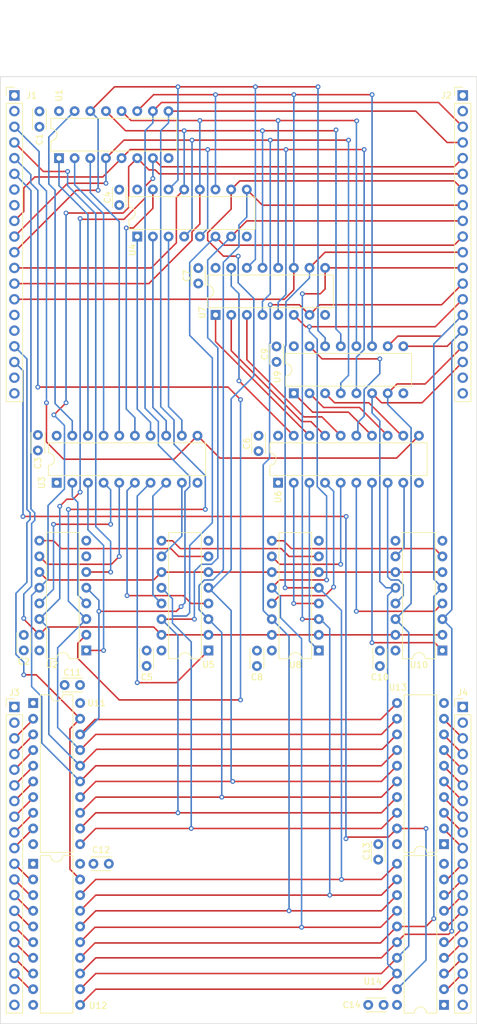
<source format=kicad_pcb>
(kicad_pcb (version 20221018) (generator pcbnew)
  (layers (0 "F.Cu" signal) (1 "In1.Cu" signal) (2 "In2.Cu" signal) (31 "B.Cu" signal) (34 "B.Paste" user) (35 "F.Paste" user) (36 "B.SilkS" user "B.Silkscreen") (37 "F.SilkS" user "F.Silkscreen") (38 "B.Mask" user) (39 "F.Mask" user) (44 "Edge.Cuts" user))
  (net 0 "")
  (net 1 "GND")
  (net 2 "SYSADDR12")
  (net 3 "SRC2:1")
  (net 4 "~{ALUtoA}")
  (net 5 "ALU0")
  (net 6 "SRC2:0")
  (net 7 "SRC2:2")
  (net 8 "ALU1")
  (net 9 "ALU2")
  (net 10 "ALU3")
  (net 11 "ALU4")
  (net 12 "ALU5")
  (net 13 "ALU6")
  (net 14 "ALU7")
  (net 15 "ALU8")
  (net 16 "ALU9")
  (net 17 "ALU10")
  (net 18 "ALU11")
  (net 19 "ALU12")
  (net 20 "ALU13")
  (net 21 "ALU14")
  (net 22 "SYSADDR0")
  (net 23 "SYSDATA0")
  (net 24 "SYSADDR1")
  (net 25 "SYSDATA1")
  (net 26 "SYSDATA2")
  (net 27 "SYSADDR2")
  (net 28 "SYSDATA3")
  (net 29 "SYSADDR3")
  (net 30 "SUM1")
  (net 31 "SUM2")
  (net 32 "SUM3")
  (net 33 "Rb")
  (net 34 "Ra")
  (net 35 "~{Er}")
  (net 36 "~{Ew}")
  (net 37 "Wb")
  (net 38 "Wa")
  (net 39 "SUM0")
  (net 40 "ALU15")
  (net 41 "SUM5")
  (net 42 "SUM6")
  (net 43 "SUM7")
  (net 44 "SYSADDR7")
  (net 45 "SYSADDR6")
  (net 46 "SYSADDR5")
  (net 47 "SYSADDR4")
  (net 48 "SUM4")
  (net 49 "SYSDATA4")
  (net 50 "SYSDATA5")
  (net 51 "SYSDATA6")
  (net 52 "SYSDATA7")
  (net 53 "SUM9")
  (net 54 "SUM10")
  (net 55 "SUM11")
  (net 56 "SYSADDR11")
  (net 57 "SYSADDR10")
  (net 58 "SYSADDR9")
  (net 59 "SYSADDR8")
  (net 60 "SUM8")
  (net 61 "SYSDATA8")
  (net 62 "SYSDATA9")
  (net 63 "SYSDATA10")
  (net 64 "SYSDATA11")
  (net 65 "SUM13")
  (net 66 "SUM14")
  (net 67 "SUM15")
  (net 68 "SYSADDR15")
  (net 69 "SYSADDR14")
  (net 70 "SYSADDR13")
  (net 71 "SUM12")
  (net 72 "CO4")
  (net 73 "SYSDATA12")
  (net 74 "SYSDATA13")
  (net 75 "SYSDATA14")
  (net 76 "SYSDATA15")
  (net 77 "SYSCLK")
  (net 78 "VCC")
  (net 79 "~{AtoD}")
  (net 80 "CO8")
  (net 81 "CO12")
  (net 83 "HLD1")
  (net 84 "HLD2")
  (net 85 "HLD3")
  (net 86 "HLD0")
  (net 87 "HLD5")
  (net 88 "HLD6")
  (net 89 "HLD7")
  (net 90 "HLD4")
  (net 91 "HLD9")
  (net 92 "HLD10")
  (net 93 "HLD11")
  (net 94 "HLD8")
  (net 95 "HLD12")
  (net 96 "HLD15")
  (net 97 "HLD14")
  (net 98 "HLD13")
  (footprint "Package_DIP:DIP-16_W7.62mm" (layer "F.Cu") (at 56.388 53.975 90)
    (fp_text reference "U4")
    (fp_text value "74LS670" hide)
  )
  (footprint "Package_DIP:DIP-20_W7.62mm" (layer "F.Cu") (at 43.307 93.853 90)
    (fp_text reference "U3")
    (fp_text value "74LS574" hide)
  )
  (footprint "Capacitor_THT:C_Disc_D3.0mm_W2.0mm_P2.50mm" (layer "F.Cu") (at 78.994 71.775 -90)
    (fp_text reference "C9")
    (fp_text value "C_Small" hide)
  )
  (footprint "Capacitor_THT:C_Disc_D3.0mm_W2.0mm_P2.50mm" (layer "F.Cu") (at 57.912 121.031 -90)
    (fp_text reference "C5")
    (fp_text value "C_Small" hide)
  )
  (footprint "Package_DIP:DIP-20_W7.62mm" (layer "F.Cu") (at 39.497 155.575)
    (fp_text reference "U12")
    (fp_text value "74LS245" hide)
  )
  (footprint "Capacitor_THT:C_Disc_D3.0mm_W2.0mm_P2.50mm" (layer "F.Cu") (at 66.294 59.075 -90)
    (fp_text reference "C7")
    (fp_text value "C_Small" hide)
  )
  (footprint "Package_DIP:DIP-16_W7.62mm" (layer "F.Cu") (at 81.803 79.365 90)
    (fp_text reference "U9")
    (fp_text value "74LS670" hide)
  )
  (footprint "Package_DIP:DIP-20_W7.62mm" (layer "F.Cu") (at 79.248 93.853 90)
    (fp_text reference "U6")
    (fp_text value "74LS574" hide)
  )
  (footprint "Package_DIP:DIP-16_W7.62mm" (layer "F.Cu") (at 48.123 121.016 180)
    (fp_text reference "U2")
    (fp_text value "74LS283" hide)
  )
  (footprint "Package_DIP:DIP-16_W7.62mm" (layer "F.Cu") (at 43.688 41.275 90)
    (fp_text reference "U1")
    (fp_text value "74LS670" hide)
  )
  (footprint "Capacitor_THT:C_Disc_D3.0mm_W2.0mm_P2.50mm" (layer "F.Cu") (at 95.504 152.4 -90)
    (fp_text reference "C13")
    (fp_text value "C_Small" hide)
  )
  (footprint "Package_DIP:DIP-16_W7.62mm" (layer "F.Cu") (at 69.103 66.665 90)
    (fp_text reference "U7")
    (fp_text value "74LS670" hide)
  )
  (footprint "Package_DIP:DIP-16_W7.62mm" (layer "F.Cu") (at 67.945 121.031 180)
    (fp_text reference "U5")
    (fp_text value "74LS283" hide)
  )
  (footprint "Capacitor_THT:C_Disc_D3.0mm_W2.0mm_P2.50mm" (layer "F.Cu") (at 96.373 178.435 180)
    (fp_text reference "C14")
    (fp_text value "C_Small" hide)
  )
  (footprint "Package_DIP:DIP-16_W7.62mm" (layer "F.Cu") (at 105.918 121.031 180)
    (fp_text reference "U10")
    (fp_text value "74LS283" hide)
  )
  (footprint "Capacitor_THT:C_Disc_D3.0mm_W2.0mm_P2.50mm" (layer "F.Cu") (at 40.259 86.126 -90)
    (fp_text reference "C3")
    (fp_text value "C_Small" hide)
  )
  (footprint "Capacitor_THT:C_Disc_D3.0mm_W2.0mm_P2.50mm" (layer "F.Cu") (at 47.097 126.619 180)
    (fp_text reference "C11")
    (fp_text value "C_Small" hide)
  )
  (footprint "Capacitor_THT:C_Disc_D3.0mm_W2.0mm_P2.50mm" (layer "F.Cu") (at 75.819 121.051 -90)
    (fp_text reference "C8")
    (fp_text value "C_Small" hide)
  )
  (footprint "Connector_PinHeader_2.54mm:PinHeader_1x20_P2.54mm_Vertical" (layer "F.Cu") (at 36.449 31.115)
    (fp_text reference "J1")
    (fp_text value "Conn_01x20_Pin" hide)
  )
  (footprint "Capacitor_THT:C_Disc_D3.0mm_W2.0mm_P2.50mm" (layer "F.Cu") (at 76.073 86.233 -90)
    (fp_text reference "C6")
    (fp_text value "C_Small" hide)
  )
  (footprint "Connector_PinHeader_2.54mm:PinHeader_1x20_P2.54mm_Vertical" (layer "F.Cu") (at 109.22 31.115)
    (fp_text reference "J2")
    (fp_text value "Conn_01x20_Pin" hide)
  )
  (footprint "Package_DIP:DIP-20_W7.62mm" (layer "F.Cu") (at 39.497 129.54)
    (fp_text reference "U11")
    (fp_text value "74LS245" hide)
  )
  (footprint "Connector_PinHeader_2.54mm:PinHeader_1x20_P2.54mm_Vertical" (layer "F.Cu") (at 109.22 130.175)
    (fp_text reference "J4")
    (fp_text value "Conn_01x20_Pin" hide)
  )
  (footprint "Capacitor_THT:C_Disc_D3.0mm_W2.0mm_P2.50mm" (layer "F.Cu") (at 40.513 33.695 -90)
    (fp_text reference "C1")
    (fp_text value "C_Small" hide)
  )
  (footprint "Capacitor_THT:C_Disc_D3.0mm_W2.0mm_P2.50mm" (layer "F.Cu") (at 49.276 155.575)
    (fp_text reference "C12")
    (fp_text value "C_Small" hide)
  )
  (footprint "Package_DIP:DIP-16_W7.62mm" (layer "F.Cu") (at 85.852 121.031 180)
    (fp_text reference "U8")
    (fp_text value "74LS283" hide)
  )
  (footprint "Capacitor_THT:C_Disc_D3.0mm_W2.0mm_P2.50mm" (layer "F.Cu") (at 53.467 46.375 -90)
    (fp_text reference "C4")
    (fp_text value "C_Small" hide)
  )
  (footprint "Package_DIP:DIP-20_W7.62mm" (layer "F.Cu") (at 106.172 152.4 180)
    (fp_text reference "U13")
    (fp_text value "74LS245" hide)
  )
  (footprint "Capacitor_THT:C_Disc_D3.0mm_W2.0mm_P2.50mm" (layer "F.Cu") (at 37.973 121.011 90)
    (fp_text reference "C2")
    (fp_text value "C_Small" hide)
  )
  (footprint "Connector_PinHeader_2.54mm:PinHeader_1x20_P2.54mm_Vertical" (layer "F.Cu") (at 36.449 130.175)
    (fp_text reference "J3")
    (fp_text value "Conn_01x20_Pin" hide)
  )
  (footprint "Package_DIP:DIP-20_W7.62mm" (layer "F.Cu") (at 106.172 178.435 180)
    (fp_text reference "U14")
    (fp_text value "74LS245" hide)
  )
  (footprint "Capacitor_THT:C_Disc_D3.0mm_W2.0mm_P2.50mm" (layer "F.Cu") (at 95.758 121.051 -90)
    (fp_text reference "C10")
    (fp_text value "C_Small" hide)
  )
  (gr_rect (start 34.163 28.067) (end 111.506 181.483) (stroke (width 0.1)) (fill none) (layer "Edge.Cuts"))
  (segment (start 105.791 70.104) (end 98.684 70.104) (width 0.25) (layer "F.Cu") (net 2))
  (segment (start 104.521 164.465) (end 103.251 165.735) (width 0.25) (layer "F.Cu") (net 2))
  (segment (start 98.684 70.104) (end 97.043 71.745) (width 0.25) (layer "F.Cu") (net 2))
  (segment (start 95.885 168.402) (end 98.552 165.735) (width 0.25) (layer "F.Cu") (net 2))
  (segment (start 49.53 168.402) (end 95.885 168.402) (width 0.25) (layer "F.Cu") (net 2))
  (segment (start 109.22 66.675) (end 105.791 70.104) (width 0.25) (layer "F.Cu") (net 2))
  (segment (start 103.251 165.735) (end 98.552 165.735) (width 0.25) (layer "F.Cu") (net 2))
  (segment (start 47.117 170.815) (end 49.53 168.402) (width 0.25) (layer "F.Cu") (net 2))
  (via (at 104.521 164.465) (size 0.8) (drill 0.4) (layers "F.Cu" "B.Cu") (net 2))
  (segment (start 105.918 110.871) (end 104.521 109.474) (width 0.25) (layer "B.Cu") (net 2))
  (segment (start 104.521 112.268) (end 105.918 110.871) (width 0.25) (layer "B.Cu") (net 2))
  (segment (start 104.521 109.474) (end 104.521 71.374) (width 0.25) (layer "B.Cu") (net 2))
  (segment (start 104.521 71.374) (end 109.22 66.675) (width 0.25) (layer "B.Cu") (net 2))
  (segment (start 104.521 164.465) (end 104.521 112.268) (width 0.25) (layer "B.Cu") (net 2))
  (segment (start 71.12 78.359) (end 73.152 80.391) (width 0.25) (layer "F.Cu") (net 3))
  (segment (start 46.736 122.301) (end 53.467 129.032) (width 0.25) (layer "F.Cu") (net 3))
  (segment (start 40.259 78.359) (end 71.12 78.359) (width 0.25) (layer "F.Cu") (net 3))
  (segment (start 53.467 129.032) (end 73.152 129.032) (width 0.25) (layer "F.Cu") (net 3))
  (segment (start 48.123 118.476) (end 46.736 119.863) (width 0.25) (layer "F.Cu") (net 3))
  (segment (start 46.736 119.863) (end 46.736 122.301) (width 0.25) (layer "F.Cu") (net 3))
  (via (at 73.152 129.032) (size 0.8) (drill 0.4) (layers "F.Cu" "B.Cu") (net 3))
  (via (at 40.259 78.359) (size 0.8) (drill 0.4) (layers "F.Cu" "B.Cu") (net 3))
  (via (at 73.152 80.391) (size 0.8) (drill 0.4) (layers "F.Cu" "B.Cu") (net 3))
  (segment (start 39.116 45.339) (end 39.116 43.942) (width 0.25) (layer "B.Cu") (net 3))
  (segment (start 40.259 78.359) (end 40.259 46.482) (width 0.25) (layer "B.Cu") (net 3))
  (segment (start 39.116 43.942) (end 36.449 41.275) (width 0.25) (layer "B.Cu") (net 3))
  (segment (start 40.259 46.482) (end 39.116 45.339) (width 0.25) (layer "B.Cu") (net 3))
  (segment (start 73.152 129.032) (end 73.152 80.391) (width 0.25) (layer "B.Cu") (net 3))
  (segment (start 45.466 156.464) (end 47.117 158.115) (width 0.25) (layer "F.Cu") (net 4))
  (segment (start 37.973 124.968) (end 40.005 124.968) (width 0.25) (layer "F.Cu") (net 4))
  (segment (start 47.117 132.08) (end 45.466 133.731) (width 0.25) (layer "F.Cu") (net 4))
  (segment (start 40.005 124.968) (end 47.117 132.08) (width 0.25) (layer "F.Cu") (net 4))
  (segment (start 45.466 133.731) (end 45.466 156.464) (width 0.25) (layer "F.Cu") (net 4))
  (via (at 37.973 124.968) (size 0.8) (drill 0.4) (layers "F.Cu" "B.Cu") (net 4))
  (segment (start 38.481 98.171) (end 38.481 73.787) (width 0.25) (layer "B.Cu") (net 4))
  (segment (start 38.481 109.982) (end 38.481 100.33) (width 0.25) (layer "B.Cu") (net 4))
  (segment (start 38.481 73.787) (end 36.449 71.755) (width 0.25) (layer "B.Cu") (net 4))
  (segment (start 37.973 124.968) (end 37.973 122.936) (width 0.25) (layer "B.Cu") (net 4))
  (segment (start 37.973 122.936) (end 36.703 121.666) (width 0.25) (layer "B.Cu") (net 4))
  (segment (start 36.703 111.76) (end 38.481 109.982) (width 0.25) (layer "B.Cu") (net 4))
  (segment (start 38.989 99.822) (end 38.989 98.679) (width 0.25) (layer "B.Cu") (net 4))
  (segment (start 38.481 100.33) (end 38.989 99.822) (width 0.25) (layer "B.Cu") (net 4))
  (segment (start 36.703 121.666) (end 36.703 111.76) (width 0.25) (layer "B.Cu") (net 4))
  (segment (start 38.989 98.679) (end 38.481 98.171) (width 0.25) (layer "B.Cu") (net 4))
  (segment (start 39.497 132.207) (end 39.497 132.08) (width 0.25) (layer "F.Cu") (net 5))
  (segment (start 36.449 135.255) (end 39.497 132.207) (width 0.25) (layer "F.Cu") (net 5))
  (segment (start 48.123 108.316) (end 52.055 108.316) (width 0.25) (layer "F.Cu") (net 6))
  (segment (start 52.055 108.316) (end 52.07 108.331) (width 0.25) (layer "F.Cu") (net 6))
  (segment (start 45.085 43.434) (end 41.148 43.434) (width 0.25) (layer "F.Cu") (net 6))
  (segment (start 41.148 43.434) (end 36.449 38.735) (width 0.25) (layer "F.Cu") (net 6))
  (via (at 52.07 108.331) (size 0.8) (drill 0.4) (layers "F.Cu" "B.Cu") (net 6))
  (via (at 45.085 43.434) (size 0.8) (drill 0.4) (layers "F.Cu" "B.Cu") (net 6))
  (segment (start 52.07 103.378) (end 49.657 100.965) (width 0.25) (layer "B.Cu") (net 6))
  (segment (start 49.657 50.292) (end 45.085 45.72) (width 0.25) (layer "B.Cu") (net 6))
  (segment (start 45.085 45.72) (end 45.085 43.434) (width 0.25) (layer "B.Cu") (net 6))
  (segment (start 52.07 108.331) (end 52.07 103.378) (width 0.25) (layer "B.Cu") (net 6))
  (segment (start 49.657 100.965) (end 49.657 50.292) (width 0.25) (layer "B.Cu") (net 6))
  (segment (start 37.973 115.946) (end 37.973 115.824) (width 0.25) (layer "F.Cu") (net 7))
  (segment (start 41.758 117.221) (end 59.055 117.221) (width 0.25) (layer "F.Cu") (net 7))
  (segment (start 105.918 118.491) (end 98.298 118.491) (width 0.25) (layer "F.Cu") (net 7))
  (segment (start 41.788 109.601) (end 59.055 109.601) (width 0.25) (layer "F.Cu") (net 7))
  (segment (start 59.055 109.601) (end 60.325 108.331) (width 0.25) (layer "F.Cu") (net 7))
  (segment (start 98.298 118.491) (end 85.852 118.491) (width 0.25) (layer "F.Cu") (net 7))
  (segment (start 59.055 117.221) (end 60.325 118.491) (width 0.25) (layer "F.Cu") (net 7))
  (segment (start 40.503 118.476) (end 37.973 115.946) (width 0.25) (layer "F.Cu") (net 7))
  (segment (start 67.945 118.491) (end 60.325 118.491) (width 0.25) (layer "F.Cu") (net 7))
  (segment (start 78.232 118.491) (end 67.945 118.491) (width 0.25) (layer "F.Cu") (net 7))
  (segment (start 85.852 118.491) (end 78.232 118.491) (width 0.25) (layer "F.Cu") (net 7))
  (segment (start 40.503 108.316) (end 41.788 109.601) (width 0.25) (layer "F.Cu") (net 7))
  (segment (start 40.503 118.476) (end 41.758 117.221) (width 0.25) (layer "F.Cu") (net 7))
  (segment (start 67.945 108.331) (end 60.325 108.331) (width 0.25) (layer "F.Cu") (net 7))
  (segment (start 85.852 108.331) (end 78.232 108.331) (width 0.25) (layer "F.Cu") (net 7))
  (segment (start 105.918 108.331) (end 98.298 108.331) (width 0.25) (layer "F.Cu") (net 7))
  (segment (start 78.232 108.331) (end 67.945 108.331) (width 0.25) (layer "F.Cu") (net 7))
  (segment (start 98.298 108.331) (end 85.852 108.331) (width 0.25) (layer "F.Cu") (net 7))
  (via (at 37.973 115.824) (size 0.8) (drill 0.4) (layers "F.Cu" "B.Cu") (net 7))
  (segment (start 37.973 111.887) (end 39.243 110.617) (width 0.25) (layer "B.Cu") (net 7))
  (segment (start 39.243 100.457) (end 39.751 99.949) (width 0.25) (layer "B.Cu") (net 7))
  (segment (start 39.243 110.617) (end 39.243 100.457) (width 0.25) (layer "B.Cu") (net 7))
  (segment (start 37.973 115.824) (end 37.973 111.887) (width 0.25) (layer "B.Cu") (net 7))
  (segment (start 39.134 46.5) (end 36.449 43.815) (width 0.25) (layer "B.Cu") (net 7))
  (segment (start 39.751 98.722498) (end 39.134 98.105498) (width 0.25) (layer "B.Cu") (net 7))
  (segment (start 39.134 98.105498) (end 39.134 46.5) (width 0.25) (layer "B.Cu") (net 7))
  (segment (start 39.751 99.949) (end 39.751 98.722498) (width 0.25) (layer "B.Cu") (net 7))
  (segment (start 36.449 137.795) (end 39.497 134.747) (width 0.25) (layer "F.Cu") (net 8))
  (segment (start 39.497 134.747) (end 39.497 134.62) (width 0.25) (layer "F.Cu") (net 8))
  (segment (start 36.449 140.335) (end 39.497 137.287) (width 0.25) (layer "F.Cu") (net 9))
  (segment (start 39.497 137.287) (end 39.497 137.16) (width 0.25) (layer "F.Cu") (net 9))
  (segment (start 36.449 142.875) (end 39.497 139.827) (width 0.25) (layer "F.Cu") (net 10))
  (segment (start 39.497 139.827) (end 39.497 139.7) (width 0.25) (layer "F.Cu") (net 10))
  (segment (start 39.497 142.367) (end 39.497 142.24) (width 0.25) (layer "F.Cu") (net 11))
  (segment (start 36.449 145.415) (end 39.497 142.367) (width 0.25) (layer "F.Cu") (net 11))
  (segment (start 39.497 144.907) (end 39.497 144.78) (width 0.25) (layer "F.Cu") (net 12))
  (segment (start 36.449 147.955) (end 39.497 144.907) (width 0.25) (layer "F.Cu") (net 12))
  (segment (start 39.497 147.447) (end 39.497 147.32) (width 0.25) (layer "F.Cu") (net 13))
  (segment (start 36.449 150.495) (end 39.497 147.447) (width 0.25) (layer "F.Cu") (net 13))
  (segment (start 39.497 149.86) (end 36.449 152.908) (width 0.25) (layer "F.Cu") (net 14))
  (segment (start 36.449 152.908) (end 36.449 153.035) (width 0.25) (layer "F.Cu") (net 14))
  (segment (start 38.989 158.115) (end 39.497 158.115) (width 0.25) (layer "F.Cu") (net 15))
  (segment (start 36.449 155.575) (end 38.989 158.115) (width 0.25) (layer "F.Cu") (net 15))
  (segment (start 38.989 160.655) (end 39.497 160.655) (width 0.25) (layer "F.Cu") (net 16))
  (segment (start 36.449 158.115) (end 38.989 160.655) (width 0.25) (layer "F.Cu") (net 16))
  (segment (start 38.989 163.195) (end 39.497 163.195) (width 0.25) (layer "F.Cu") (net 17))
  (segment (start 36.449 160.655) (end 38.989 163.195) (width 0.25) (layer "F.Cu") (net 17))
  (segment (start 36.449 163.195) (end 38.989 165.735) (width 0.25) (layer "F.Cu") (net 18))
  (segment (start 38.989 165.735) (end 39.497 165.735) (width 0.25) (layer "F.Cu") (net 18))
  (segment (start 38.989 168.275) (end 39.497 168.275) (width 0.25) (layer "F.Cu") (net 19))
  (segment (start 36.449 165.735) (end 38.989 168.275) (width 0.25) (layer "F.Cu") (net 19))
  (segment (start 38.989 170.815) (end 39.497 170.815) (width 0.25) (layer "F.Cu") (net 20))
  (segment (start 36.449 168.275) (end 38.989 170.815) (width 0.25) (layer "F.Cu") (net 20))
  (segment (start 38.989 173.355) (end 39.497 173.355) (width 0.25) (layer "F.Cu") (net 21))
  (segment (start 36.449 170.815) (end 38.989 173.355) (width 0.25) (layer "F.Cu") (net 21))
  (segment (start 50.165 132.207) (end 95.885 132.207) (width 0.25) (layer "F.Cu") (net 22))
  (segment (start 95.885 132.207) (end 98.552 129.54) (width 0.25) (layer "F.Cu") (net 22))
  (segment (start 62.738 114.681) (end 50.165 114.681) (width 0.25) (layer "F.Cu") (net 22))
  (segment (start 109.22 36.195) (end 105.283 32.258) (width 0.25) (layer "F.Cu") (net 22))
  (segment (start 49.53 132.207) (end 47.117 134.62) (width 0.25) (layer "F.Cu") (net 22))
  (segment (start 50.165 132.207) (end 49.53 132.207) (width 0.25) (layer "F.Cu") (net 22))
  (segment (start 61.341 32.258) (end 60.325 32.258) (width 0.25) (layer "F.Cu") (net 22))
  (segment (start 105.283 32.258) (end 61.341 32.258) (width 0.25) (layer "F.Cu") (net 22))
  (segment (start 60.325 32.258) (end 58.928 33.655) (width 0.25) (layer "F.Cu") (net 22))
  (segment (start 63.5 113.919) (end 62.738 114.681) (width 0.25) (layer "F.Cu") (net 22))
  (via (at 63.5 113.919) (size 0.8) (drill 0.4) (layers "F.Cu" "B.Cu") (net 22))
  (via (at 50.165 114.681) (size 0.8) (drill 0.4) (layers "F.Cu" "B.Cu") (net 22))
  (segment (start 50.165 112.898) (end 48.123 110.856) (width 0.25) (layer "B.Cu") (net 22))
  (segment (start 64.897 94.488) (end 64.897 92.837) (width 0.25) (layer "B.Cu") (net 22))
  (segment (start 59.817 87.757) (end 59.817 83.947) (width 0.25) (layer "B.Cu") (net 22))
  (segment (start 59.817 83.947) (end 57.658 81.788) (width 0.25) (layer "B.Cu") (net 22))
  (segment (start 47.117 134.62) (end 47.498 134.62) (width 0.25) (layer "B.Cu") (net 22))
  (segment (start 50.165 131.953) (end 50.165 114.681) (width 0.25) (layer "B.Cu") (net 22))
  (segment (start 57.658 81.788) (end 57.658 36.83) (width 0.25) (layer "B.Cu") (net 22))
  (segment (start 64.135 95.25) (end 64.897 94.488) (width 0.25) (layer "B.Cu") (net 22))
  (segment (start 64.135 113.284) (end 64.135 95.25) (width 0.25) (layer "B.Cu") (net 22))
  (segment (start 58.928 35.56) (end 58.928 33.655) (width 0.25) (layer "B.Cu") (net 22))
  (segment (start 47.498 134.62) (end 50.165 131.953) (width 0.25) (layer "B.Cu") (net 22))
  (segment (start 50.165 114.681) (end 50.165 112.898) (width 0.25) (layer "B.Cu") (net 22))
  (segment (start 64.897 92.837) (end 59.817 87.757) (width 0.25) (layer "B.Cu") (net 22))
  (segment (start 57.658 36.83) (end 58.928 35.56) (width 0.25) (layer "B.Cu") (net 22))
  (segment (start 63.5 113.919) (end 64.135 113.284) (width 0.25) (layer "B.Cu") (net 22))
  (segment (start 109.22 135.255) (end 106.172 132.207) (width 0.25) (layer "F.Cu") (net 23))
  (segment (start 106.172 132.207) (end 106.172 132.08) (width 0.25) (layer "F.Cu") (net 23))
  (segment (start 52.959 134.62) (end 49.657 134.62) (width 0.25) (layer "F.Cu") (net 24))
  (segment (start 49.657 134.62) (end 47.117 137.16) (width 0.25) (layer "F.Cu") (net 24))
  (segment (start 67.437 98.171) (end 45.212 98.171) (width 0.25) (layer "F.Cu") (net 24))
  (segment (start 101.6 33.655) (end 61.468 33.655) (width 0.25) (layer "F.Cu") (net 24))
  (segment (start 109.22 38.735) (end 106.68 38.735) (width 0.25) (layer "F.Cu") (net 24))
  (segment (start 96.012 134.62) (end 98.552 132.08) (width 0.25) (layer "F.Cu") (net 24))
  (segment (start 52.959 134.62) (end 96.012 134.62) (width 0.25) (layer "F.Cu") (net 24))
  (segment (start 106.68 38.735) (end 101.6 33.655) (width 0.25) (layer "F.Cu") (net 24))
  (via (at 45.212 98.171) (size 0.8) (drill 0.4) (layers "F.Cu" "B.Cu") (net 24))
  (via (at 67.437 98.171) (size 0.8) (drill 0.4) (layers "F.Cu" "B.Cu") (net 24))
  (segment (start 67.437 98.171) (end 67.437 92.71) (width 0.25) (layer "B.Cu") (net 24))
  (segment (start 45.212 113.03) (end 48.118 115.936) (width 0.25) (layer "B.Cu") (net 24))
  (segment (start 48.118 115.936) (end 48.123 115.936) (width 0.25) (layer "B.Cu") (net 24))
  (segment (start 62.357 83.693) (end 60.198 81.534) (width 0.25) (layer "B.Cu") (net 24))
  (segment (start 67.437 92.71) (end 62.357 87.63) (width 0.25) (layer "B.Cu") (net 24))
  (segment (start 61.468 35.56) (end 61.468 33.655) (width 0.25) (layer "B.Cu") (net 24))
  (segment (start 48.123 115.936) (end 43.472 120.587) (width 0.25) (layer "B.Cu") (net 24))
  (segment (start 62.357 87.63) (end 62.357 83.693) (width 0.25) (layer "B.Cu") (net 24))
  (segment (start 60.198 36.83) (end 61.468 35.56) (width 0.25) (layer "B.Cu") (net 24))
  (segment (start 60.198 81.534) (end 60.198 36.83) (width 0.25) (layer "B.Cu") (net 24))
  (segment (start 43.472 120.587) (end 43.472 133.515) (width 0.25) (layer "B.Cu") (net 24))
  (segment (start 45.212 98.171) (end 45.212 113.03) (width 0.25) (layer "B.Cu") (net 24))
  (segment (start 43.472 133.515) (end 47.117 137.16) (width 0.25) (layer "B.Cu") (net 24))
  (segment (start 106.172 134.747) (end 106.172 134.62) (width 0.25) (layer "F.Cu") (net 25))
  (segment (start 109.22 137.795) (end 106.172 134.747) (width 0.25) (layer "F.Cu") (net 25))
  (segment (start 109.22 140.335) (end 106.172 137.287) (width 0.25) (layer "F.Cu") (net 26))
  (segment (start 106.172 137.287) (end 106.172 137.16) (width 0.25) (layer "F.Cu") (net 26))
  (segment (start 60.325 42.672) (end 58.928 41.275) (width 0.25) (layer "F.Cu") (net 27))
  (segment (start 49.657 137.16) (end 49.784 137.033) (width 0.25) (layer "F.Cu") (net 27))
  (segment (start 43.815 97.663) (end 44.958 96.52) (width 0.25) (layer "F.Cu") (net 27))
  (segment (start 47.244 51.181) (end 54.229 51.181) (width 0.25) (layer "F.Cu") (net 27))
  (segment (start 47.117 51.054) (end 47.244 51.181) (width 0.25) (layer "F.Cu") (net 27))
  (segment (start 49.784 137.033) (end 96.139 137.033) (width 0.25) (layer "F.Cu") (net 27))
  (segment (start 44.958 96.52) (end 45.969701 96.52) (width 0.25) (layer "F.Cu") (net 27))
  (segment (start 57.658 45.847) (end 58.928 44.577) (width 0.25) (layer "F.Cu") (net 27))
  (segment (start 96.139 137.033) (end 98.552 134.62) (width 0.25) (layer "F.Cu") (net 27))
  (segment (start 47.117 139.7) (end 49.657 137.16) (width 0.25) (layer "F.Cu") (net 27))
  (segment (start 107.823 42.672) (end 60.325 42.672) (width 0.25) (layer "F.Cu") (net 27))
  (segment (start 57.658 47.752) (end 57.658 45.847) (width 0.25) (layer "F.Cu") (net 27))
  (segment (start 45.969701 96.52) (end 47.117 95.372701) (width 0.25) (layer "F.Cu") (net 27))
  (segment (start 109.22 41.275) (end 107.823 42.672) (width 0.25) (layer "F.Cu") (net 27))
  (segment (start 54.229 51.181) (end 57.658 47.752) (width 0.25) (layer "F.Cu") (net 27))
  (via (at 47.117 51.054) (size 0.8) (drill 0.4) (layers "F.Cu" "B.Cu") (net 27))
  (via (at 43.815 97.663) (size 0.8) (drill 0.4) (layers "F.Cu" "B.Cu") (net 27))
  (via (at 58.928 44.577) (size 0.8) (drill 0.4) (layers "F.Cu" "B.Cu") (net 27))
  (via (at 47.117 95.372701) (size 0.8) (drill 0.4) (layers "F.Cu" "B.Cu") (net 27))
  (segment (start 47.117 51.054) (end 47.117 95.372701) (width 0.25) (layer "B.Cu") (net 27))
  (segment (start 43.815 97.663) (end 43.815 112.624) (width 0.25) (layer "B.Cu") (net 27))
  (segment (start 43.815 112.624) (end 40.503 115.936) (width 0.25) (layer "B.Cu") (net 27))
  (segment (start 40.503 115.936) (end 42.037 117.47) (width 0.25) (layer "B.Cu") (net 27))
  (segment (start 42.037 134.62) (end 47.117 139.7) (width 0.25) (layer "B.Cu") (net 27))
  (segment (start 42.037 117.47) (end 42.037 134.62) (width 0.25) (layer "B.Cu") (net 27))
  (segment (start 58.928 44.577) (end 58.928 41.275) (width 0.25) (layer "B.Cu") (net 27))
  (segment (start 109.22 142.875) (end 106.172 139.827) (width 0.25) (layer "F.Cu") (net 28))
  (segment (start 106.172 139.827) (end 106.172 139.7) (width 0.25) (layer "F.Cu") (net 28))
  (segment (start 56.388 41.275) (end 58.293 43.18) (width 0.25) (layer "F.Cu") (net 29))
  (segment (start 49.657 139.7) (end 51.435 139.7) (width 0.25) (layer "F.Cu") (net 29))
  (segment (start 54.991 49.276) (end 54.991 42.672) (width 0.25) (layer "F.Cu") (net 29))
  (segment (start 59.944 43.815) (end 109.22 43.815) (width 0.25) (layer "F.Cu") (net 29))
  (segment (start 59.309 43.18) (end 59.944 43.815) (width 0.25) (layer "F.Cu") (net 29))
  (segment (start 54.991 42.672) (end 56.388 41.275) (width 0.25) (layer "F.Cu") (net 29))
  (segment (start 44.831 80.899) (end 42.8625 82.8675) (width 0.25) (layer "F.Cu") (net 29))
  (segment (start 51.435 139.7) (end 96.012 139.7) (width 0.25) (layer "F.Cu") (net 29))
  (segment (start 44.831 50.165) (end 54.102 50.165) (width 0.25) (layer "F.Cu") (net 29))
  (segment (start 58.293 43.18) (end 59.309 43.18) (width 0.25) (layer "F.Cu") (net 29))
  (segment (start 54.102 50.165) (end 54.991 49.276) (width 0.25) (layer "F.Cu") (net 29))
  (segment (start 96.012 139.7) (end 98.552 137.16) (width 0.25) (layer "F.Cu") (net 29))
  (segment (start 47.117 142.24) (end 49.657 139.7) (width 0.25) (layer "F.Cu") (net 29))
  (via (at 44.831 50.165) (size 0.8) (drill 0.4) (layers "F.Cu" "B.Cu") (net 29))
  (via (at 42.8625 82.8675) (size 0.8) (drill 0.4) (layers "F.Cu" "B.Cu") (net 29))
  (via (at 44.831 80.899) (size 0.8) (drill 0.4) (layers "F.Cu" "B.Cu") (net 29))
  (segment (start 41.91 109.449) (end 40.503 110.856) (width 0.25) (layer "B.Cu") (net 29))
  (segment (start 44.577 94.869) (end 41.91 97.536) (width 0.25) (layer "B.Cu") (net 29))
  (segment (start 40.503 110.856) (end 39.243 112.116) (width 0.25) (layer "B.Cu") (net 29))
  (segment (start 44.577 84.582) (end 44.577 94.869) (width 0.25) (layer "B.Cu") (net 29))
  (segment (start 42.8625 82.8675) (end 44.577 84.582) (width 0.25) (layer "B.Cu") (net 29))
  (segment (start 39.243 126.873) (end 40.894 128.524) (width 0.25) (layer "B.Cu") (net 29))
  (segment (start 40.894 136.017) (end 47.117 142.24) (width 0.25) (layer "B.Cu") (net 29))
  (segment (start 41.91 97.536) (end 41.91 109.449) (width 0.25) (layer "B.Cu") (net 29))
  (segment (start 44.831 50.165) (end 44.831 80.899) (width 0.25) (layer "B.Cu") (net 29))
  (segment (start 39.243 112.116) (end 39.243 126.873) (width 0.25) (layer "B.Cu") (net 29))
  (segment (start 40.894 128.524) (end 40.894 136.017) (width 0.25) (layer "B.Cu") (net 29))
  (segment (start 50.927 121.031) (end 50.912 121.016) (width 0.25) (layer "F.Cu") (net 30))
  (segment (start 50.912 121.016) (end 48.123 121.016) (width 0.25) (layer "F.Cu") (net 30))
  (via (at 50.927 121.031) (size 0.8) (drill 0.4) (layers "F.Cu" "B.Cu") (net 30))
  (segment (start 50.927 104.013) (end 48.387 101.473) (width 0.25) (layer "B.Cu") (net 30))
  (segment (start 48.387 101.473) (end 48.387 93.853) (width 0.25) (layer "B.Cu") (net 30))
  (segment (start 50.927 121.031) (end 50.927 104.013) (width 0.25) (layer "B.Cu") (net 30))
  (segment (start 52.07 100.584) (end 42.799 100.584) (width 0.25) (layer "F.Cu") (net 31))
  (via (at 52.07 100.584) (size 0.8) (drill 0.4) (layers "F.Cu" "B.Cu") (net 31))
  (via (at 42.799 100.584) (size 0.8) (drill 0.4) (layers "F.Cu" "B.Cu") (net 31))
  (segment (start 42.799 100.584) (end 42.799 111.1) (width 0.25) (layer "B.Cu") (net 31))
  (segment (start 52.07 94.996) (end 52.07 100.584) (width 0.25) (layer "B.Cu") (net 31))
  (segment (start 50.927 93.853) (end 52.07 94.996) (width 0.25) (layer "B.Cu") (net 31))
  (segment (start 42.799 111.1) (end 40.503 113.396) (width 0.25) (layer "B.Cu") (net 31))
  (segment (start 52.197 107.061) (end 41.788 107.061) (width 0.25) (layer "F.Cu") (net 32))
  (segment (start 53.467 105.791) (end 52.197 107.061) (width 0.25) (layer "F.Cu") (net 32))
  (segment (start 41.788 107.061) (end 40.503 105.776) (width 0.25) (layer "F.Cu") (net 32))
  (via (at 53.467 105.791) (size 0.8) (drill 0.4) (layers "F.Cu" "B.Cu") (net 32))
  (segment (start 53.467 93.853) (end 53.467 105.791) (width 0.25) (layer "B.Cu") (net 32))
  (segment (start 51.308 45.339) (end 45.085 45.339) (width 0.25) (layer "F.Cu") (net 33))
  (segment (start 54.229 38.354) (end 51.308 41.275) (width 0.25) (layer "F.Cu") (net 33))
  (segment (start 90.678 38.354) (end 65.278 38.354) (width 0.25) (layer "F.Cu") (net 33))
  (segment (start 45.085 45.339) (end 36.449 53.975) (width 0.25) (layer "F.Cu") (net 33))
  (segment (start 65.278 38.354) (end 54.229 38.354) (width 0.25) (layer "F.Cu") (net 33))
  (via (at 77.978 38.354) (size 0.8) (drill 0.4) (layers "F.Cu" "B.Cu") (net 33))
  (via (at 51.308 45.339) (size 0.8) (drill 0.4) (layers "F.Cu" "B.Cu") (net 33))
  (via (at 90.678 38.354) (size 0.8) (drill 0.4) (layers "F.Cu" "B.Cu") (net 33))
  (via (at 65.278 38.354) (size 0.8) (drill 0.4) (layers "F.Cu" "B.Cu") (net 33))
  (segment (start 64.008 53.975) (end 65.278 52.705) (width 0.25) (layer "B.Cu") (net 33))
  (segment (start 76.708 66.65) (end 76.723 66.665) (width 0.25) (layer "B.Cu") (net 33))
  (segment (start 76.708 64.516) (end 76.708 66.65) (width 0.25) (layer "B.Cu") (net 33))
  (segment (start 77.978 63.246) (end 76.708 64.516) (width 0.25) (layer "B.Cu") (net 33))
  (segment (start 65.278 52.705) (end 65.278 38.354) (width 0.25) (layer "B.Cu") (net 33))
  (segment (start 89.423 77.709) (end 89.423 79.365) (width 0.25) (layer "B.Cu") (net 33))
  (segment (start 90.678 76.454) (end 89.423 77.709) (width 0.25) (layer "B.Cu") (net 33))
  (segment (start 77.978 38.354) (end 77.978 63.246) (width 0.25) (layer "B.Cu") (net 33))
  (segment (start 51.308 45.339) (end 51.308 41.275) (width 0.25) (layer "B.Cu") (net 33))
  (segment (start 90.678 38.354) (end 90.678 76.454) (width 0.25) (layer "B.Cu") (net 33))
  (segment (start 50.8 44.323) (end 53.848 41.275) (width 0.25) (layer "F.Cu") (net 34))
  (segment (start 36.449 51.435) (end 37.973 49.911) (width 0.25) (layer "F.Cu") (net 34))
  (segment (start 80.518 39.878) (end 93.218 39.878) (width 0.25) (layer "F.Cu") (net 34))
  (segment (start 80.518 39.878) (end 67.818 39.878) (width 0.25) (layer "F.Cu") (net 34))
  (segment (start 37.973 46.101) (end 39.751 44.323) (width 0.25) (layer "F.Cu") (net 34))
  (segment (start 67.818 39.878) (end 55.245 39.878) (width 0.25) (layer "F.Cu") (net 34))
  (segment (start 37.973 49.911) (end 37.973 46.101) (width 0.25) (layer "F.Cu") (net 34))
  (segment (start 55.245 39.878) (end 53.848 41.275) (width 0.25) (layer "F.Cu") (net 34))
  (segment (start 39.751 44.323) (end 50.8 44.323) (width 0.25) (layer "F.Cu") (net 34))
  (via (at 80.518 39.878) (size 0.8) (drill 0.4) (layers "F.Cu" "B.Cu") (net 34))
  (via (at 67.818 39.878) (size 0.8) (drill 0.4) (layers "F.Cu" "B.Cu") (net 34))
  (via (at 93.218 39.878) (size 0.8) (drill 0.4) (layers "F.Cu" "B.Cu") (net 34))
  (segment (start 67.818 52.705) (end 67.818 39.878) (width 0.25) (layer "B.Cu") (net 34))
  (segment (start 93.218 72.263) (end 91.963 73.518) (width 0.25) (layer "B.Cu") (net 34))
  (segment (start 93.218 39.878) (end 93.218 72.263) (width 0.25) (layer "B.Cu") (net 34))
  (segment (start 80.518 39.878) (end 80.518 63.373) (width 0.25) (layer "B.Cu") (net 34))
  (segment (start 79.263 64.628) (end 79.263 66.665) (width 0.25) (layer "B.Cu") (net 34))
  (segment (start 66.548 53.975) (end 67.818 52.705) (width 0.25) (layer "B.Cu") (net 34))
  (segment (start 91.963 73.518) (end 91.963 79.365) (width 0.25) (layer "B.Cu") (net 34))
  (segment (start 80.518 63.373) (end 79.263 64.628) (width 0.25) (layer "B.Cu") (net 34))
  (segment (start 69.088 30.988) (end 81.803 30.988) (width 0.25) (layer "F.Cu") (net 35))
  (segment (start 81.803 30.988) (end 94.503 30.988) (width 0.25) (layer "F.Cu") (net 35))
  (segment (start 36.449 64.135) (end 80.264 64.135) (width 0.25) (layer "F.Cu") (net 35))
  (segment (start 59.055 30.988) (end 56.388 33.655) (width 0.25) (layer "F.Cu") (net 35))
  (segment (start 81.803 62.596) (end 81.803 59.045) (width 0.25) (layer "F.Cu") (net 35))
  (segment (start 80.264 64.135) (end 81.803 62.596) (width 0.25) (layer "F.Cu") (net 35))
  (segment (start 69.088 30.988) (end 59.055 30.988) (width 0.25) (layer "F.Cu") (net 35))
  (via (at 94.503 30.988) (size 0.8) (drill 0.4) (layers "F.Cu" "B.Cu") (net 35))
  (via (at 81.803 30.988) (size 0.8) (drill 0.4) (layers "F.Cu" "B.Cu") (net 35))
  (via (at 69.088 30.988) (size 0.8) (drill 0.4) (layers "F.Cu" "B.Cu") (net 35))
  (segment (start 69.088 46.355) (end 69.088 30.988) (width 0.25) (layer "B.Cu") (net 35))
  (segment (start 81.803 30.988) (end 81.803 59.045) (width 0.25) (layer "B.Cu") (net 35))
  (segment (start 94.503 30.988) (end 94.503 71.745) (width 0.25) (layer "B.Cu") (net 35))
  (segment (start 66.548 35.179) (end 55.372 35.179) (width 0.25) (layer "F.Cu") (net 36))
  (segment (start 91.948 35.179) (end 79.248 35.179) (width 0.25) (layer "F.Cu") (net 36))
  (segment (start 55.372 35.179) (end 53.848 33.655) (width 0.25) (layer "F.Cu") (net 36))
  (segment (start 58.268991 61.595) (end 65.278 54.585991) (width 0.25) (layer "F.Cu") (net 36))
  (segment (start 92.0115 35.2425) (end 91.948 35.179) (width 0.25) (layer "F.Cu") (net 36))
  (segment (start 65.278 53.213) (end 66.548 51.943) (width 0.25) (layer "F.Cu") (net 36))
  (segment (start 66.548 51.943) (end 66.548 46.355) (width 0.25) (layer "F.Cu") (net 36))
  (segment (start 65.278 54.585991) (end 65.278 53.213) (width 0.25) (layer "F.Cu") (net 36))
  (segment (start 36.449 61.595) (end 58.268991 61.595) (width 0.25) (layer "F.Cu") (net 36))
  (segment (start 79.248 35.179) (end 66.548 35.179) (width 0.25) (layer "F.Cu") (net 36))
  (via (at 92.0115 35.2425) (size 0.8) (drill 0.4) (layers "F.Cu" "B.Cu") (net 36))
  (via (at 66.548 35.179) (size 0.8) (drill 0.4) (layers "F.Cu" "B.Cu") (net 36))
  (via (at 79.248 35.179) (size 0.8) (drill 0.4) (layers "F.Cu" "B.Cu") (net 36))
  (segment (start 91.963 35.291) (end 91.963 71.745) (width 0.25) (layer "B.Cu") (net 36))
  (segment (start 92.0115 35.2425) (end 91.963 35.291) (width 0.25) (layer "B.Cu") (net 36))
  (segment (start 79.263 59.045) (end 79.263 35.194) (width 0.25) (layer "B.Cu") (net 36))
  (segment (start 66.548 46.355) (end 66.548 35.179) (width 0.25) (layer "B.Cu") (net 36))
  (segment (start 79.263 35.194) (end 79.248 35.179) (width 0.25) (layer "B.Cu") (net 36))
  (segment (start 54.483 36.83) (end 51.308 33.655) (width 0.25) (layer "F.Cu") (net 37))
  (segment (start 88.646 36.703) (end 88.519 36.83) (width 0.25) (layer "F.Cu") (net 37))
  (segment (start 76.708 36.83) (end 64.008 36.83) (width 0.25) (layer "F.Cu") (net 37))
  (segment (start 88.519 36.83) (end 76.708 36.83) (width 0.25) (layer "F.Cu") (net 37))
  (segment (start 36.449 59.055) (end 58.674 59.055) (width 0.25) (layer "F.Cu") (net 37))
  (segment (start 62.738 47.625) (end 64.008 46.355) (width 0.25) (layer "F.Cu") (net 37))
  (segment (start 58.674 59.055) (end 62.738 54.991) (width 0.25) (layer "F.Cu") (net 37))
  (segment (start 62.738 54.991) (end 62.738 47.625) (width 0.25) (layer "F.Cu") (net 37))
  (segment (start 64.008 36.83) (end 54.483 36.83) (width 0.25) (layer "F.Cu") (net 37))
  (via (at 64.008 36.83) (size 0.8) (drill 0.4) (layers "F.Cu" "B.Cu") (net 37))
  (via (at 76.708 36.83) (size 0.8) (drill 0.4) (layers "F.Cu" "B.Cu") (net 37))
  (via (at 88.646 36.703) (size 0.8) (drill 0.4) (layers "F.Cu" "B.Cu") (net 37))
  (segment (start 89.423 69.738) (end 89.423 71.745) (width 0.25) (layer "B.Cu") (net 37))
  (segment (start 88.646 68.961) (end 89.423 69.738) (width 0.25) (layer "B.Cu") (net 37))
  (segment (start 76.723 36.845) (end 76.708 36.83) (width 0.25) (layer "B.Cu") (net 37))
  (segment (start 64.008 46.355) (end 64.008 36.83) (width 0.25) (layer "B.Cu") (net 37))
  (segment (start 76.723 59.045) (end 76.723 36.845) (width 0.25) (layer "B.Cu") (net 37))
  (segment (start 88.646 36.703) (end 88.646 68.961) (width 0.25) (layer "B.Cu") (net 37))
  (segment (start 46.482 46.482) (end 36.449 56.515) (width 0.25) (layer "F.Cu") (net 38))
  (segment (start 85.725 29.718) (end 75.565 29.718) (width 0.25) (layer "F.Cu") (net 38))
  (segment (start 52.705 29.718) (end 48.768 33.655) (width 0.25) (layer "F.Cu") (net 38))
  (segment (start 50.038 46.482) (end 46.482 46.482) (width 0.25) (layer "F.Cu") (net 38))
  (segment (start 75.565 29.718) (end 62.992 29.718) (width 0.25) (layer "F.Cu") (net 38))
  (segment (start 62.992 29.718) (end 52.705 29.718) (width 0.25) (layer "F.Cu") (net 38))
  (via (at 75.565 29.718) (size 0.8) (drill 0.4) (layers "F.Cu" "B.Cu") (net 38))
  (via (at 85.725 29.718) (size 0.8) (drill 0.4) (layers "F.Cu" "B.Cu") (net 38))
  (via (at 62.992 29.718) (size 0.8) (drill 0.4) (layers "F.Cu" "B.Cu") (net 38))
  (via (at 50.038 46.482) (size 0.8) (drill 0.4) (layers "F.Cu" "B.Cu") (net 38))
  (segment (start 61.468 46.355) (end 62.992 44.831) (width 0.25) (layer "B.Cu") (net 38))
  (segment (start 75.565 57.663) (end 75.565 29.718) (width 0.25) (layer "B.Cu") (net 38))
  (segment (start 85.725 29.718) (end 85.725 69.215) (width 0.25) (layer "B.Cu") (net 38))
  (segment (start 85.725 69.215) (end 86.883 70.373) (width 0.25) (layer "B.Cu") (net 38))
  (segment (start 74.183 59.045) (end 75.565 57.663) (width 0.25) (layer "B.Cu") (net 38))
  (segment (start 50.038 34.925) (end 48.768 33.655) (width 0.25) (layer "B.Cu") (net 38))
  (segment (start 62.992 44.831) (end 62.992 29.718) (width 0.25) (layer "B.Cu") (net 38))
  (segment (start 86.883 70.373) (end 86.883 71.745) (width 0.25) (layer "B.Cu") (net 38))
  (segment (start 50.038 46.482) (end 50.038 34.925) (width 0.25) (layer "B.Cu") (net 38))
  (segment (start 45.847 93.853) (end 45.847 96.139) (width 0.25) (layer "B.Cu") (net 39))
  (segment (start 46.736 112.009) (end 48.123 113.396) (width 0.25) (layer "B.Cu") (net 39))
  (segment (start 46.736 97.028) (end 46.736 112.009) (width 0.25) (layer "B.Cu") (net 39))
  (segment (start 45.847 96.139) (end 46.736 97.028) (width 0.25) (layer "B.Cu") (net 39))
  (segment (start 36.449 173.355) (end 38.989 175.895) (width 0.25) (layer "F.Cu") (net 40))
  (segment (start 38.989 175.895) (end 39.497 175.895) (width 0.25) (layer "F.Cu") (net 40))
  (segment (start 56.388 126.238) (end 62.738 126.238) (width 0.25) (layer "F.Cu") (net 41))
  (segment (start 62.738 126.238) (end 67.945 121.031) (width 0.25) (layer "F.Cu") (net 41))
  (via (at 56.388 126.238) (size 0.8) (drill 0.4) (layers "F.Cu" "B.Cu") (net 41))
  (segment (start 56.388 126.238) (end 56.388 96.012) (width 0.25) (layer "B.Cu") (net 41))
  (segment (start 56.388 96.012) (end 58.547 93.853) (width 0.25) (layer "B.Cu") (net 41))
  (segment (start 61.087 93.853) (end 58.928 96.012) (width 0.25) (layer "B.Cu") (net 42))
  (segment (start 58.928 96.012) (end 58.928 112.014) (width 0.25) (layer "B.Cu") (net 42))
  (segment (start 58.928 112.014) (end 60.325 113.411) (width 0.25) (layer "B.Cu") (net 42))
  (segment (start 63.627 93.853) (end 63.627 102.489) (width 0.25) (layer "B.Cu") (net 43))
  (segment (start 63.627 102.489) (end 60.325 105.791) (width 0.25) (layer "B.Cu") (net 43))
  (segment (start 96.012 149.86) (end 98.552 147.32) (width 0.25) (layer "F.Cu") (net 44))
  (segment (start 69.088 53.975) (end 70.485 55.372) (width 0.25) (layer "F.Cu") (net 44))
  (segment (start 49.657 149.86) (end 65.151 149.86) (width 0.25) (layer "F.Cu") (net 44))
  (segment (start 70.485 55.372) (end 107.823 55.372) (width 0.25) (layer "F.Cu") (net 44))
  (segment (start 107.823 55.372) (end 109.22 53.975) (width 0.25) (layer "F.Cu") (net 44))
  (segment (start 47.117 152.4) (end 49.657 149.86) (width 0.25) (layer "F.Cu") (net 44))
  (segment (start 65.151 149.86) (end 96.012 149.86) (width 0.25) (layer "F.Cu") (net 44))
  (via (at 65.151 149.86) (size 0.8) (drill 0.4) (layers "F.Cu" "B.Cu") (net 44))
  (segment (start 62.103 115.443) (end 62.103 116.586) (width 0.25) (layer "B.Cu") (net 44))
  (segment (start 60.325 110.871) (end 62.103 112.649) (width 0.25) (layer "B.Cu") (net 44))
  (segment (start 64.897 69.977) (end 64.897 58.166) (width 0.25) (layer "B.Cu") (net 44))
  (segment (start 68.58 100.33) (end 68.58 73.66) (width 0.25) (layer "B.Cu") (net 44))
  (segment (start 64.897 58.166) (end 69.088 53.975) (width 0.25) (layer "B.Cu") (net 44))
  (segment (start 65.151 119.634) (end 65.151 149.86) (width 0.25) (layer "B.Cu") (net 44))
  (segment (start 62.103 112.649) (end 62.103 115.443) (width 0.25) (layer "B.Cu") (net 44))
  (segment (start 64.897 114.935) (end 64.897 104.013) (width 0.25) (layer "B.Cu") (net 44))
  (segment (start 68.58 73.66) (end 64.897 69.977) (width 0.25) (layer "B.Cu") (net 44))
  (segment (start 62.103 116.586) (end 65.151 119.634) (width 0.25) (layer "B.Cu") (net 44))
  (segment (start 64.389 115.443) (end 64.897 114.935) (width 0.25) (layer "B.Cu") (net 44))
  (segment (start 64.897 104.013) (end 68.58 100.33) (width 0.25) (layer "B.Cu") (net 44))
  (segment (start 62.103 115.443) (end 64.389 115.443) (width 0.25) (layer "B.Cu") (net 44))
  (segment (start 96.012 147.32) (end 98.552 144.78) (width 0.25) (layer "F.Cu") (net 45))
  (segment (start 47.117 149.86) (end 49.657 147.32) (width 0.25) (layer "F.Cu") (net 45))
  (segment (start 62.992 147.32) (end 96.012 147.32) (width 0.25) (layer "F.Cu") (net 45))
  (segment (start 65.659 115.951) (end 60.325 115.951) (width 0.25) (layer "F.Cu") (net 45))
  (segment (start 109.22 51.435) (end 74.168 51.435) (width 0.25) (layer "F.Cu") (net 45))
  (segment (start 71.628 53.975) (end 74.168 51.435) (width 0.25) (layer "F.Cu") (net 45))
  (segment (start 49.657 147.32) (end 62.992 147.32) (width 0.25) (layer "F.Cu") (net 45))
  (via (at 65.659 115.951) (size 0.8) (drill 0.4) (layers "F.Cu" "B.Cu") (net 45))
  (via (at 62.992 147.32) (size 0.8) (drill 0.4) (layers "F.Cu" "B.Cu") (net 45))
  (segment (start 69.469 72.009) (end 67.818 70.358) (width 0.25) (layer "B.Cu") (net 45))
  (segment (start 68.453 107.061) (end 69.469 106.045) (width 0.25) (layer "B.Cu") (net 45))
  (segment (start 65.659 108.204) (end 66.802 107.061) (width 0.25) (layer "B.Cu") (net 45))
  (segment (start 65.659 115.951) (end 65.659 108.204) (width 0.25) (layer "B.Cu") (net 45))
  (segment (start 62.992 118.618) (end 62.992 147.32) (width 0.25) (layer "B.Cu") (net 45))
  (segment (start 60.325 115.951) (end 62.992 118.618) (width 0.25) (layer "B.Cu") (net 45))
  (segment (start 69.469 106.045) (end 69.469 72.009) (width 0.25) (layer "B.Cu") (net 45))
  (segment (start 66.802 107.061) (end 68.453 107.061) (width 0.25) (layer "B.Cu") (net 45))
  (segment (start 67.818 70.358) (end 67.818 57.785) (width 0.25) (layer "B.Cu") (net 45))
  (segment (start 67.818 57.785) (end 71.628 53.975) (width 0.25) (layer "B.Cu") (net 45))
  (segment (start 96.012 144.78) (end 98.552 142.24) (width 0.25) (layer "F.Cu") (net 46))
  (segment (start 70.104 144.78) (end 96.012 144.78) (width 0.25) (layer "F.Cu") (net 46))
  (segment (start 109.22 48.895) (end 76.708 48.895) (width 0.25) (layer "F.Cu") (net 46))
  (segment (start 47.117 147.32) (end 49.657 144.78) (width 0.25) (layer "F.Cu") (net 46))
  (segment (start 49.657 144.78) (end 70.104 144.78) (width 0.25) (layer "F.Cu") (net 46))
  (segment (start 74.168 46.355) (end 76.708 48.895) (width 0.25) (layer "F.Cu") (net 46))
  (via (at 70.104 144.78) (size 0.8) (drill 0.4) (layers "F.Cu" "B.Cu") (net 46))
  (segment (start 67.31 109.601) (end 66.421 110.49) (width 0.25) (layer "B.Cu") (net 46))
  (segment (start 70.358 107.937995) (end 68.694995 109.601) (width 0.25) (layer "B.Cu") (net 46))
  (segment (start 66.421 114.427) (end 67.945 115.951) (width 0.25) (layer "B.Cu") (net 46))
  (segment (start 70.104 118.11) (end 70.104 144.78) (width 0.25) (layer "B.Cu") (net 46))
  (segment (start 72.898 52.088) (end 72.898 55.626) (width 0.25) (layer "B.Cu") (net 46))
  (segment (start 72.898 55.626) (end 70.358 58.166) (width 0.25) (layer "B.Cu") (net 46))
  (segment (start 74.168 46.355) (end 74.168 50.818) (width 0.25) (layer "B.Cu") (net 46))
  (segment (start 67.945 115.951) (end 70.104 118.11) (width 0.25) (layer "B.Cu") (net 46))
  (segment (start 74.168 50.818) (end 72.898 52.088) (width 0.25) (layer "B.Cu") (net 46))
  (segment (start 70.358 58.166) (end 70.358 107.937995) (width 0.25) (layer "B.Cu") (net 46))
  (segment (start 66.421 110.49) (end 66.421 114.427) (width 0.25) (layer "B.Cu") (net 46))
  (segment (start 68.694995 109.601) (end 67.31 109.601) (width 0.25) (layer "B.Cu") (net 46))
  (segment (start 71.628 49.53) (end 71.628 46.355) (width 0.25) (layer "F.Cu") (net 47))
  (segment (start 71.882 142.24) (end 96.012 142.24) (width 0.25) (layer "F.Cu") (net 47))
  (segment (start 109.22 46.355) (end 107.823 44.958) (width 0.25) (layer "F.Cu") (net 47))
  (segment (start 70.382009 57.15) (end 67.818 54.585991) (width 0.25) (layer "F.Cu") (net 47))
  (segment (start 107.823 44.958) (end 73.025 44.958) (width 0.25) (layer "F.Cu") (net 47))
  (segment (start 49.657 142.24) (end 47.117 144.78) (width 0.25) (layer "F.Cu") (net 47))
  (segment (start 67.818 54.585991) (end 67.818 53.34) (width 0.25) (layer "F.Cu") (net 47))
  (segment (start 71.882 142.24) (end 49.657 142.24) (width 0.25) (layer "F.Cu") (net 47))
  (segment (start 67.818 53.34) (end 71.628 49.53) (width 0.25) (layer "F.Cu") (net 47))
  (segment (start 72.771 57.15) (end 70.382009 57.15) (width 0.25) (layer "F.Cu") (net 47))
  (segment (start 73.025 44.958) (end 71.628 46.355) (width 0.25) (layer "F.Cu") (net 47))
  (segment (start 96.012 142.24) (end 98.552 139.7) (width 0.25) (layer "F.Cu") (net 47))
  (via (at 72.771 57.15) (size 0.8) (drill 0.4) (layers "F.Cu" "B.Cu") (net 47))
  (via (at 71.882 142.24) (size 0.8) (drill 0.4) (layers "F.Cu" "B.Cu") (net 47))
  (segment (start 75.308 64.005) (end 72.771 61.468) (width 0.25) (layer "B.Cu") (net 47))
  (segment (start 67.945 110.871) (end 68.707 110.871) (width 0.25) (layer "B.Cu") (net 47))
  (segment (start 72.771 61.468) (end 72.771 57.15) (width 0.25) (layer "B.Cu") (net 47))
  (segment (start 75.308 76.584) (end 75.308 64.005) (width 0.25) (layer "B.Cu") (net 47))
  (segment (start 71.628 107.95) (end 71.628 80.264) (width 0.25) (layer "B.Cu") (net 47))
  (segment (start 71.628 141.986) (end 71.628 114.554) (width 0.25) (layer "B.Cu") (net 47))
  (segment (start 71.882 142.24) (end 71.628 141.986) (width 0.25) (layer "B.Cu") (net 47))
  (segment (start 68.707 110.871) (end 71.628 107.95) (width 0.25) (layer "B.Cu") (net 47))
  (segment (start 71.628 114.554) (end 67.945 110.871) (width 0.25) (layer "B.Cu") (net 47))
  (segment (start 71.628 80.264) (end 75.308 76.584) (width 0.25) (layer "B.Cu") (net 47))
  (segment (start 65.151 113.411) (end 67.945 113.411) (width 0.25) (layer "F.Cu") (net 48))
  (segment (start 63.881 112.141) (end 65.151 113.411) (width 0.25) (layer "F.Cu") (net 48))
  (segment (start 54.737 112.141) (end 63.881 112.141) (width 0.25) (layer "F.Cu") (net 48))
  (via (at 54.737 112.141) (size 0.8) (drill 0.4) (layers "F.Cu" "B.Cu") (net 48))
  (segment (start 54.737 95.123) (end 54.737 112.141) (width 0.25) (layer "B.Cu") (net 48))
  (segment (start 56.007 93.853) (end 54.737 95.123) (width 0.25) (layer "B.Cu") (net 48))
  (segment (start 109.22 145.415) (end 106.172 142.367) (width 0.25) (layer "F.Cu") (net 49))
  (segment (start 106.172 142.367) (end 106.172 142.24) (width 0.25) (layer "F.Cu") (net 49))
  (segment (start 106.172 144.907) (end 106.172 144.78) (width 0.25) (layer "F.Cu") (net 50))
  (segment (start 109.22 147.955) (end 106.172 144.907) (width 0.25) (layer "F.Cu") (net 50))
  (segment (start 106.172 147.447) (end 106.172 147.32) (width 0.25) (layer "F.Cu") (net 51))
  (segment (start 109.22 150.495) (end 106.172 147.447) (width 0.25) (layer "F.Cu") (net 51))
  (segment (start 109.22 153.035) (end 106.172 149.987) (width 0.25) (layer "F.Cu") (net 52))
  (segment (start 106.172 149.987) (end 106.172 149.86) (width 0.25) (layer "F.Cu") (net 52))
  (segment (start 84.328 93.853) (end 84.328 119.507) (width 0.25) (layer "B.Cu") (net 53))
  (segment (start 84.328 119.507) (end 85.852 121.031) (width 0.25) (layer "B.Cu") (net 53))
  (segment (start 88.265 110.744) (end 86.868 112.141) (width 0.25) (layer "F.Cu") (net 54))
  (segment (start 86.868 112.141) (end 79.502 112.141) (width 0.25) (layer "F.Cu") (net 54))
  (segment (start 79.502 112.141) (end 78.232 113.411) (width 0.25) (layer "F.Cu") (net 54))
  (via (at 88.265 110.744) (size 0.8) (drill 0.4) (layers "F.Cu" "B.Cu") (net 54))
  (segment (start 88.265 95.25) (end 86.868 93.853) (width 0.25) (layer "B.Cu") (net 54))
  (segment (start 88.265 110.744) (end 88.265 95.25) (width 0.25) (layer "B.Cu") (net 54))
  (segment (start 79.502 107.061) (end 78.232 105.791) (width 0.25) (layer "F.Cu") (net 55))
  (segment (start 89.408 107.061) (end 79.502 107.061) (width 0.25) (layer "F.Cu") (net 55))
  (via (at 89.408 107.061) (size 0.8) (drill 0.4) (layers "F.Cu" "B.Cu") (net 55))
  (segment (start 89.408 93.853) (end 89.408 107.061) (width 0.25) (layer "B.Cu") (net 55))
  (segment (start 104.775 68.58) (end 109.22 64.135) (width 0.25) (layer "F.Cu") (net 56))
  (segment (start 81.803 66.665) (end 83.718 68.58) (width 0.25) (layer "F.Cu") (net 56))
  (segment (start 83.058 165.862) (end 95.885 165.862) (width 0.25) (layer "F.Cu") (net 56))
  (segment (start 79.502 109.601) (end 78.232 110.871) (width 0.25) (layer "F.Cu") (net 56))
  (segment (start 87.122 109.601) (end 79.502 109.601) (width 0.25) (layer "F.Cu") (net 56))
  (segment (start 95.885 165.862) (end 98.552 163.195) (width 0.25) (layer "F.Cu") (net 56))
  (segment (start 83.718 68.58) (end 104.775 68.58) (width 0.25) (layer "F.Cu") (net 56))
  (segment (start 83.058 165.862) (end 49.53 165.862) (width 0.25) (layer "F.Cu") (net 56))
  (segment (start 49.53 165.862) (end 47.117 168.275) (width 0.25) (layer "F.Cu") (net 56))
  (via (at 84.328 68.58) (size 0.8) (drill 0.4) (layers "F.Cu" "B.Cu") (net 56))
  (via (at 87.122 109.601) (size 0.8) (drill 0.4) (layers "F.Cu" "B.Cu") (net 56))
  (via (at 83.058 165.862) (size 0.8) (drill 0.4) (layers "F.Cu" "B.Cu") (net 56))
  (segment (start 84.328 69.342) (end 85.598 70.612) (width 0.25) (layer "B.Cu") (net 56))
  (segment (start 84.328 68.58) (end 84.328 69.342) (width 0.25) (layer "B.Cu") (net 56))
  (segment (start 83.058 165.862) (end 83.058 119.126) (width 0.25) (layer "B.Cu") (net 56))
  (segment (start 83.058 119.126) (end 79.629 115.697) (width 0.25) (layer "B.Cu") (net 56))
  (segment (start 87.122 96.012) (end 87.122 109.601) (width 0.25) (layer "B.Cu") (net 56))
  (segment (start 85.598 70.612) (end 85.598 94.488) (width 0.25) (layer "B.Cu") (net 56))
  (segment (start 79.629 112.268) (end 78.232 110.871) (width 0.25) (layer "B.Cu") (net 56))
  (segment (start 79.629 115.697) (end 79.629 112.268) (width 0.25) (layer "B.Cu") (net 56))
  (segment (start 85.598 94.488) (end 87.122 96.012) (width 0.25) (layer "B.Cu") (net 56))
  (segment (start 49.657 163.195) (end 47.117 165.735) (width 0.25) (layer "F.Cu") (net 57))
  (segment (start 77.978 65.024) (end 82.702 65.024) (width 0.25) (layer "F.Cu") (net 57))
  (segment (start 85.984 65.024) (end 105.791 65.024) (width 0.25) (layer "F.Cu") (net 57))
  (segment (start 81.026 163.195) (end 49.657 163.195) (width 0.25) (layer "F.Cu") (net 57))
  (segment (start 81.026 163.195) (end 96.012 163.195) (width 0.25) (layer "F.Cu") (net 57))
  (segment (start 84.343 66.665) (end 85.984 65.024) (width 0.25) (layer "F.Cu") (net 57))
  (segment (start 82.702 65.024) (end 84.343 66.665) (width 0.25) (layer "F.Cu") (net 57))
  (segment (start 96.012 163.195) (end 98.552 160.655) (width 0.25) (layer "F.Cu") (net 57))
  (segment (start 109.22 61.595) (end 105.791 65.024) (width 0.25) (layer "F.Cu") (net 57))
  (via (at 77.978 65.024) (size 0.8) (drill 0.4) (layers "F.Cu" "B.Cu") (net 57))
  (via (at 81.026 163.195) (size 0.8) (drill 0.4) (layers "F.Cu" "B.Cu") (net 57))
  (segment (start 77.869 71.309009) (end 77.869 89.898) (width 0.25) (layer "B.Cu") (net 57))
  (segment (start 77.978 71.200009) (end 77.869 71.309009) (width 0.25) (layer "B.Cu") (net 57))
  (segment (start 76.835 90.932) (end 76.835 114.554) (width 0.25) (layer "B.Cu") (net 57))
  (segment (start 77.978 65.024) (end 77.978 71.200009) (width 0.25) (layer "B.Cu") (net 57))
  (segment (start 81.026 163.195) (end 81.026 118.745) (width 0.25) (layer "B.Cu") (net 57))
  (segment (start 77.869 89.898) (end 76.835 90.932) (width 0.25) (layer "B.Cu") (net 57))
  (segment (start 81.026 118.745) (end 78.232 115.951) (width 0.25) (layer "B.Cu") (net 57))
  (segment (start 76.835 114.554) (end 78.232 115.951) (width 0.25) (layer "B.Cu") (net 57))
  (segment (start 86.106 63.246) (end 86.883 62.469) (width 0.25) (layer "F.Cu") (net 58))
  (segment (start 87.63 160.655) (end 49.657 160.655) (width 0.25) (layer "F.Cu") (net 58))
  (segment (start 87.63 160.655) (end 96.012 160.655) (width 0.25) (layer "F.Cu") (net 58))
  (segment (start 96.012 160.655) (end 98.552 158.115) (width 0.25) (layer "F.Cu") (net 58))
  (segment (start 109.21 59.045) (end 109.22 59.055) (width 0.25) (layer "F.Cu") (net 58))
  (segment (start 83.189299 63.246) (end 86.106 63.246) (width 0.25) (layer "F.Cu") (net 58))
  (segment (start 86.883 62.469) (end 86.883 59.045) (width 0.25) (layer "F.Cu") (net 58))
  (segment (start 85.852 115.951) (end 83.185 115.951) (width 0.25) (layer "F.Cu") (net 58))
  (segment (start 86.883 59.045) (end 109.21 59.045) (width 0.25) (layer "F.Cu") (net 58))
  (segment (start 49.657 160.655) (end 47.117 163.195) (width 0.25) (layer "F.Cu") (net 58))
  (via (at 83.189299 63.246) (size 0.8) (drill 0.4) (layers "F.Cu" "B.Cu") (net 58))
  (via (at 87.63 160.655) (size 0.8) (drill 0.4) (layers "F.Cu" "B.Cu") (net 58))
  (via (at 83.185 115.951) (size 0.8) (drill 0.4) (layers "F.Cu" "B.Cu") (net 58))
  (segment (start 83.189299 63.246) (end 83.189299 63.622701) (width 0.25) (layer "B.Cu") (net 58))
  (segment (start 83.189299 63.622701) (end 83.185 63.627) (width 0.25) (layer "B.Cu") (net 58))
  (segment (start 83.185 115.951) (end 83.185 114.209) (width 0.25) (layer "B.Cu") (net 58))
  (segment (start 87.63 117.475) (end 86.106 115.951) (width 0.25) (layer "B.Cu") (net 58))
  (segment (start 86.106 115.951) (end 85.852 115.951) (width 0.25) (layer "B.Cu") (net 58))
  (segment (start 87.63 160.655) (end 87.63 117.475) (width 0.25) (layer "B.Cu") (net 58))
  (segment (start 83.185 63.627) (end 83.185 114.209) (width 0.25) (layer "B.Cu") (net 58))
  (segment (start 86.868 56.52) (end 86.868 56.515) (width 0.25) (layer "F.Cu") (net 59))
  (segment (start 89.535 158.115) (end 96.012 158.115) (width 0.25) (layer "F.Cu") (net 59))
  (segment (start 96.012 158.115) (end 98.552 155.575) (width 0.25) (layer "F.Cu") (net 59))
  (segment (start 84.343 59.045) (end 86.868 56.52) (width 0.25) (layer "F.Cu") (net 59))
  (segment (start 85.852 110.871) (end 80.391 110.871) (width 0.25) (layer "F.Cu") (net 59))
  (segment (start 47.117 160.655) (end 49.657 158.115) (width 0.25) (layer "F.Cu") (net 59))
  (segment (start 109.22 56.515) (end 86.868 56.515) (width 0.25) (layer "F.Cu") (net 59))
  (segment (start 49.657 158.115) (end 89.535 158.115) (width 0.25) (layer "F.Cu") (net 59))
  (via (at 89.535 158.115) (size 0.8) (drill 0.4) (layers "F.Cu" "B.Cu") (net 59))
  (via (at 80.391 110.871) (size 0.8) (drill 0.4) (layers "F.Cu" "B.Cu") (net 59))
  (segment (start 80.518 71.628) (end 80.518 64.516) (width 0.25) (layer "B.Cu") (net 59))
  (segment (start 85.852 110.871) (end 89.535 114.554) (width 0.25) (layer "B.Cu") (net 59))
  (segment (start 80.391 110.871) (end 80.391 71.755) (width 0.25) (layer "B.Cu") (net 59))
  (segment (start 80.391 71.755) (end 80.518 71.628) (width 0.25) (layer "B.Cu") (net 59))
  (segment (start 89.535 114.554) (end 89.535 158.115) (width 0.25) (layer "B.Cu") (net 59))
  (segment (start 80.518 64.516) (end 84.343 60.691) (width 0.25) (layer "B.Cu") (net 59))
  (segment (start 84.343 60.691) (end 84.343 59.045) (width 0.25) (layer "B.Cu") (net 59))
  (segment (start 81.788 113.411) (end 85.852 113.411) (width 0.25) (layer "F.Cu") (net 60))
  (via (at 81.788 113.411) (size 0.8) (drill 0.4) (layers "F.Cu" "B.Cu") (net 60))
  (segment (start 81.788 113.411) (end 81.788 93.853) (width 0.25) (layer "B.Cu") (net 60))
  (segment (start 106.68 158.115) (end 106.172 158.115) (width 0.25) (layer "F.Cu") (net 61))
  (segment (start 109.22 155.575) (end 106.68 158.115) (width 0.25) (layer "F.Cu") (net 61))
  (segment (start 106.68 160.655) (end 106.172 160.655) (width 0.25) (layer "F.Cu") (net 62))
  (segment (start 109.22 158.115) (end 106.68 160.655) (width 0.25) (layer "F.Cu") (net 62))
  (segment (start 106.68 163.195) (end 106.172 163.195) (width 0.25) (layer "F.Cu") (net 63))
  (segment (start 109.22 160.655) (end 106.68 163.195) (width 0.25) (layer "F.Cu") (net 63))
  (segment (start 106.68 165.735) (end 106.172 165.735) (width 0.25) (layer "F.Cu") (net 64))
  (segment (start 109.22 163.195) (end 106.68 165.735) (width 0.25) (layer "F.Cu") (net 64))
  (segment (start 104.648 119.761) (end 105.918 121.031) (width 0.25) (layer "F.Cu") (net 65))
  (segment (start 94.488 119.761) (end 104.648 119.761) (width 0.25) (layer "F.Cu") (net 65))
  (via (at 94.488 119.761) (size 0.8) (drill 0.4) (layers "F.Cu" "B.Cu") (net 65))
  (segment (start 94.488 93.853) (end 94.488 119.761) (width 0.25) (layer "B.Cu") (net 65))
  (segment (start 97.536 109.601) (end 98.806 109.601) (width 0.25) (layer "B.Cu") (net 66))
  (segment (start 99.568 112.141) (end 98.298 113.411) (width 0.25) (layer "B.Cu") (net 66))
  (segment (start 97.028 109.093) (end 97.536 109.601) (width 0.25) (layer "B.Cu") (net 66))
  (segment (start 98.806 109.601) (end 99.568 110.363) (width 0.25) (layer "B.Cu") (net 66))
  (segment (start 97.028 93.853) (end 97.028 109.093) (width 0.25) (layer "B.Cu") (net 66))
  (segment (start 99.568 110.363) (end 99.568 112.141) (width 0.25) (layer "B.Cu") (net 66))
  (segment (start 99.568 93.853) (end 99.695 93.98) (width 0.25) (layer "B.Cu") (net 67))
  (segment (start 99.695 104.394) (end 98.298 105.791) (width 0.25) (layer "B.Cu") (net 67))
  (segment (start 99.695 93.98) (end 99.695 104.394) (width 0.25) (layer "B.Cu") (net 67))
  (segment (start 96.037 80.899) (end 94.503 79.365) (width 0.25) (layer "F.Cu") (net 68))
  (segment (start 109.22 74.295) (end 102.616 80.899) (width 0.25) (layer "F.Cu") (net 68))
  (segment (start 96.012 175.895) (end 98.552 173.355) (width 0.25) (layer "F.Cu") (net 68))
  (segment (start 49.657 175.895) (end 96.012 175.895) (width 0.25) (layer "F.Cu") (net 68))
  (segment (start 47.117 178.435) (end 49.657 175.895) (width 0.25) (layer "F.Cu") (net 68))
  (segment (start 102.616 80.899) (end 96.037 80.899) (width 0.25) (layer "F.Cu") (net 68))
  (segment (start 96.774 110.871) (end 95.758 109.855) (width 0.25) (layer "B.Cu") (net 68))
  (segment (start 97.028 171.831) (end 98.552 173.355) (width 0.25) (layer "B.Cu") (net 68))
  (segment (start 94.503 82.565) (end 94.503 79.365) (width 0.25) (layer "B.Cu") (net 68))
  (segment (start 95.758 83.82) (end 94.503 82.565) (width 0.25) (layer "B.Cu") (net 68))
  (segment (start 98.298 110.871) (end 96.774 110.871) (width 0.25) (layer "B.Cu") (net 68))
  (segment (start 98.298 110.871) (end 97.028 112.141) (width 0.25) (layer "B.Cu") (net 68))
  (segment (start 97.028 112.141) (end 97.028 171.831) (width 0.25) (layer "B.Cu") (net 68))
  (segment (start 95.758 109.855) (end 95.758 83.82) (width 0.25) (layer "B.Cu") (net 68))
  (segment (start 96.012 173.355) (end 98.552 170.815) (width 0.25) (layer "F.Cu") (net 69))
  (segment (start 47.117 175.895) (end 49.657 173.355) (width 0.25) (layer "F.Cu") (net 69))
  (segment (start 103.124 77.851) (end 98.557 77.851) (width 0.25) (layer "F.Cu") (net 69))
  (segment (start 49.657 173.355) (end 96.012 173.355) (width 0.25) (layer "F.Cu") (net 69))
  (segment (start 109.22 71.755) (end 103.124 77.851) (width 0.25) (layer "F.Cu") (net 69))
  (segment (start 98.557 77.851) (end 97.043 79.365) (width 0.25) (layer "F.Cu") (net 69))
  (segment (start 97.043 81.168) (end 97.043 79.365) (width 0.25) (layer "B.Cu") (net 69))
  (segment (start 98.552 170.815) (end 100.457 168.91) (width 0.25) (layer "B.Cu") (net 69))
  (segment (start 100.457 118.11) (end 98.298 115.951) (width 0.25) (layer "B.Cu") (net 69))
  (segment (start 100.838 113.411) (end 100.838 84.963) (width 0.25) (layer "B.Cu") (net 69))
  (segment (start 98.298 115.951) (end 100.838 113.411) (width 0.25) (layer "B.Cu") (net 69))
  (segment (start 100.457 168.91) (end 100.457 118.11) (width 0.25) (layer "B.Cu") (net 69))
  (segment (start 100.838 84.963) (end 97.043 81.168) (width 0.25) (layer "B.Cu") (net 69))
  (segment (start 106.67 71.745) (end 99.583 71.745) (width 0.25) (layer "F.Cu") (net 70))
  (segment (start 47.117 173.355) (end 49.657 170.815) (width 0.25) (layer "F.Cu") (net 70))
  (segment (start 107.437701 166.492701) (end 106.925402 167.005) (width 0.25) (layer "F.Cu") (net 70))
  (segment (start 106.68 71.755) (end 109.22 69.215) (width 0.25) (layer "F.Cu") (net 70))
  (segment (start 96.012 170.815) (end 98.552 168.275) (width 0.25) (layer "F.Cu") (net 70))
  (segment (start 106.68 71.755) (end 106.67 71.745) (width 0.25) (layer "F.Cu") (net 70))
  (segment (start 49.657 170.815) (end 96.012 170.815) (width 0.25) (layer "F.Cu") (net 70))
  (segment (start 99.822 167.005) (end 98.552 168.275) (width 0.25) (layer "F.Cu") (net 70))
  (segment (start 106.925402 167.005) (end 99.822 167.005) (width 0.25) (layer "F.Cu") (net 70))
  (via (at 107.437701 166.492701) (size 0.8) (drill 0.4) (layers "F.Cu" "B.Cu") (net 70))
  (segment (start 107.442 70.993) (end 109.22 69.215) (width 0.25) (layer "B.Cu") (net 70))
  (segment (start 107.437701 166.492701) (end 107.442 166.488402) (width 0.25) (layer "B.Cu") (net 70))
  (segment (start 107.442 114.427) (end 107.442 70.993) (width 0.25) (layer "B.Cu") (net 70))
  (segment (start 107.442 117.475) (end 105.918 115.951) (width 0.25) (layer "B.Cu") (net 70))
  (segment (start 107.442 166.488402) (end 107.442 117.475) (width 0.25) (layer "B.Cu") (net 70))
  (segment (start 105.918 115.951) (end 107.442 114.427) (width 0.25) (layer "B.Cu") (net 70))
  (segment (start 91.948 114.681) (end 104.648 114.681) (width 0.25) (layer "F.Cu") (net 71))
  (segment (start 104.648 114.681) (end 105.918 113.411) (width 0.25) (layer "F.Cu") (net 71))
  (via (at 91.948 114.681) (size 0.8) (drill 0.4) (layers "F.Cu" "B.Cu") (net 71))
  (segment (start 91.948 93.853) (end 91.948 114.681) (width 0.25) (layer "B.Cu") (net 71))
  (segment (start 44.069 104.521) (end 42.784 103.236) (width 0.25) (layer "F.Cu") (net 72))
  (segment (start 61.849 104.521) (end 44.069 104.521) (width 0.25) (layer "F.Cu") (net 72))
  (segment (start 42.784 103.236) (end 40.503 103.236) (width 0.25) (layer "F.Cu") (net 72))
  (segment (start 63.119 105.791) (end 61.849 104.521) (width 0.25) (layer "F.Cu") (net 72))
  (segment (start 67.945 105.791) (end 63.119 105.791) (width 0.25) (layer "F.Cu") (net 72))
  (segment (start 106.934 168.275) (end 106.172 168.275) (width 0.25) (layer "F.Cu") (net 73))
  (segment (start 109.22 165.735) (end 109.22 165.989) (width 0.25) (layer "F.Cu") (net 73))
  (segment (start 109.22 165.989) (end 106.934 168.275) (width 0.25) (layer "F.Cu") (net 73))
  (segment (start 109.22 168.275) (end 106.68 170.815) (width 0.25) (layer "F.Cu") (net 74))
  (segment (start 106.68 170.815) (end 106.172 170.815) (width 0.25) (layer "F.Cu") (net 74))
  (segment (start 106.68 173.355) (end 106.172 173.355) (width 0.25) (layer "F.Cu") (net 75))
  (segment (start 109.22 170.815) (end 106.68 173.355) (width 0.25) (layer "F.Cu") (net 75))
  (segment (start 106.68 175.895) (end 106.172 175.895) (width 0.25) (layer "F.Cu") (net 76))
  (segment (start 109.22 173.355) (end 106.68 175.895) (width 0.25) (layer "F.Cu") (net 76))
  (segment (start 69.792 89.858) (end 66.167 86.233) (width 0.25) (layer "F.Cu") (net 77))
  (segment (start 41.656 87.249) (end 44.45 90.043) (width 0.25) (layer "F.Cu") (net 77))
  (segment (start 62.357 90.043) (end 66.167 86.233) (width 0.25) (layer "F.Cu") (net 77))
  (segment (start 98.483 89.858) (end 69.792 89.858) (width 0.25) (layer "F.Cu") (net 77))
  (segment (start 102.108 86.233) (end 98.483 89.858) (width 0.25) (layer "F.Cu") (net 77))
  (segment (start 41.656 80.899) (end 41.656 87.249) (width 0.25) (layer "F.Cu") (net 77))
  (segment (start 44.45 90.043) (end 62.357 90.043) (width 0.25) (layer "F.Cu") (net 77))
  (via (at 41.656 80.899) (size 0.8) (drill 0.4) (layers "F.Cu" "B.Cu") (net 77))
  (segment (start 41.656 46.609) (end 40.455 45.408) (width 0.25) (layer "B.Cu") (net 77))
  (segment (start 40.455 40.201) (end 36.449 36.195) (width 0.25) (layer "B.Cu") (net 77))
  (segment (start 40.455 45.408) (end 40.455 40.201) (width 0.25) (layer "B.Cu") (net 77))
  (segment (start 41.656 80.899) (end 41.656 46.609) (width 0.25) (layer "B.Cu") (net 77))
  (segment (start 92.583 151.257) (end 90.5135 151.257) (width 0.25) (layer "F.Cu") (net 79))
  (segment (start 97.155 151.257) (end 92.583 151.257) (width 0.25) (layer "F.Cu") (net 79))
  (segment (start 37.846 99.314) (end 90.297 99.314) (width 0.25) (layer "F.Cu") (net 79))
  (segment (start 90.5135 151.257) (end 90.2595 151.511) (width 0.25) (layer "F.Cu") (net 79))
  (segment (start 103.251 149.86) (end 98.552 149.86) (width 0.25) (layer "F.Cu") (net 79))
  (segment (start 98.552 149.86) (end 97.155 151.257) (width 0.25) (layer "F.Cu") (net 79))
  (via (at 90.2595 151.511) (size 0.8) (drill 0.4) (layers "F.Cu" "B.Cu") (net 79))
  (via (at 90.297 99.314) (size 0.8) (drill 0.4) (layers "F.Cu" "B.Cu") (net 79))
  (via (at 37.846 99.314) (size 0.8) (drill 0.4) (layers "F.Cu" "B.Cu") (net 79))
  (via (at 103.251 149.86) (size 0.8) (drill 0.4) (layers "F.Cu" "B.Cu") (net 79))
  (segment (start 37.846 75.692) (end 36.449 74.295) (width 0.25) (layer "B.Cu") (net 79))
  (segment (start 98.552 175.895) (end 103.251 171.196) (width 0.25) (layer "B.Cu") (net 79))
  (segment (start 90.2595 99.3515) (end 90.297 99.314) (width 0.25) (layer "B.Cu") (net 79))
  (segment (start 90.2595 151.511) (end 90.2595 99.3515) (width 0.25) (layer "B.Cu") (net 79))
  (segment (start 37.846 99.314) (end 37.846 75.692) (width 0.25) (layer "B.Cu") (net 79))
  (segment (start 103.251 171.196) (end 103.251 149.86) (width 0.25) (layer "B.Cu") (net 79))
  (segment (start 62.103 103.251) (end 63.373 104.521) (width 0.25) (layer "F.Cu") (net 80))
  (segment (start 60.325 103.251) (end 62.103 103.251) (width 0.25) (layer "F.Cu") (net 80))
  (segment (start 63.373 104.521) (end 79.756 104.521) (width 0.25) (layer "F.Cu") (net 80))
  (segment (start 81.026 105.791) (end 85.852 105.791) (width 0.25) (layer "F.Cu") (net 80))
  (segment (start 79.756 104.521) (end 81.026 105.791) (width 0.25) (layer "F.Cu") (net 80))
  (segment (start 105.918 105.791) (end 104.648 104.521) (width 0.25) (layer "F.Cu") (net 81))
  (segment (start 104.648 104.521) (end 81.407 104.521) (width 0.25) (layer "F.Cu") (net 81))
  (segment (start 81.407 104.521) (end 80.137 103.251) (width 0.25) (layer "F.Cu") (net 81))
  (segment (start 80.137 103.251) (end 78.232 103.251) (width 0.25) (layer "F.Cu") (net 81))
  (segment (start 48.387 50.419) (end 48.387 86.233) (width 0.25) (layer "B.Cu") (net 83))
  (segment (start 43.688 41.275) (end 43.688 45.72) (width 0.25) (layer "B.Cu") (net 83))
  (segment (start 43.688 45.72) (end 48.387 50.419) (width 0.25) (layer "B.Cu") (net 83))
  (segment (start 46.228 45.593) (end 50.927 50.292) (width 0.25) (layer "B.Cu") (net 84))
  (segment (start 50.927 50.292) (end 50.927 86.233) (width 0.25) (layer "B.Cu") (net 84))
  (segment (start 46.228 41.275) (end 46.228 45.593) (width 0.25) (layer "B.Cu") (net 84))
  (segment (start 53.467 51.562) (end 53.467 86.233) (width 0.25) (layer "B.Cu") (net 85))
  (segment (start 48.768 41.275) (end 48.768 46.863) (width 0.25) (layer "B.Cu") (net 85))
  (segment (start 48.768 46.863) (end 53.467 51.562) (width 0.25) (layer "B.Cu") (net 85))
  (segment (start 45.847 83.82) (end 45.847 86.233) (width 0.25) (layer "B.Cu") (net 86))
  (segment (start 46.228 33.655) (end 42.037 37.846) (width 0.25) (layer "B.Cu") (net 86))
  (segment (start 43.053 46.482) (end 43.053 81.026) (width 0.25) (layer "B.Cu") (net 86))
  (segment (start 42.037 37.846) (end 42.037 45.466) (width 0.25) (layer "B.Cu") (net 86))
  (segment (start 43.053 81.026) (end 45.847 83.82) (width 0.25) (layer "B.Cu") (net 86))
  (segment (start 42.037 45.466) (end 43.053 46.482) (width 0.25) (layer "B.Cu") (net 86))
  (segment (start 56.388 81.915) (end 58.547 84.074) (width 0.25) (layer "B.Cu") (net 87))
  (segment (start 58.547 84.074) (end 58.547 86.233) (width 0.25) (layer "B.Cu") (net 87))
  (segment (start 56.388 53.975) (end 56.388 81.915) (width 0.25) (layer "B.Cu") (net 87))
  (segment (start 58.928 81.661) (end 58.928 53.975) (width 0.25) (layer "B.Cu") (net 88))
  (segment (start 61.087 86.233) (end 61.087 83.82) (width 0.25) (layer "B.Cu") (net 88))
  (segment (start 61.087 83.82) (end 58.928 81.661) (width 0.25) (layer "B.Cu") (net 88))
  (segment (start 63.627 83.693) (end 63.627 86.233) (width 0.25) (layer "B.Cu") (net 89))
  (segment (start 61.468 53.975) (end 61.468 81.534) (width 0.25) (layer "B.Cu") (net 89))
  (segment (start 61.468 81.534) (end 63.627 83.693) (width 0.25) (layer "B.Cu") (net 89))
  (segment (start 58.928 49.403) (end 58.928 46.355) (width 0.25) (layer "F.Cu") (net 90))
  (segment (start 54.61 52.578) (end 55.753 52.578) (width 0.25) (layer "F.Cu") (net 90))
  (segment (start 55.753 52.578) (end 58.928 49.403) (width 0.25) (layer "F.Cu") (net 90))
  (via (at 54.61 52.578) (size 0.8) (drill 0.4) (layers "F.Cu" "B.Cu") (net 90))
  (segment (start 56.007 83.312) (end 54.61 81.915) (width 0.25) (layer "B.Cu") (net 90))
  (segment (start 56.007 86.233) (end 56.007 83.312) (width 0.25) (layer "B.Cu") (net 90))
  (segment (start 54.61 81.915) (end 54.61 52.578) (width 0.25) (layer "B.Cu") (net 90))
  (segment (start 69.103 71.008) (end 69.103 66.665) (width 0.25) (layer "F.Cu") (net 91))
  (segment (start 84.328 86.233) (end 69.103 71.008) (width 0.25) (layer "F.Cu") (net 91))
  (segment (start 71.643 72.4685) (end 71.643 66.665) (width 0.25) (layer "F.Cu") (net 92))
  (segment (start 86.868 86.233) (end 84.582 83.947) (width 0.25) (layer "F.Cu") (net 92))
  (segment (start 84.582 83.947) (end 83.1215 83.947) (width 0.25) (layer "F.Cu") (net 92))
  (segment (start 83.1215 83.947) (end 71.643 72.4685) (width 0.25) (layer "F.Cu") (net 92))
  (segment (start 74.183 73.929) (end 74.183 66.665) (width 0.25) (layer "F.Cu") (net 93))
  (segment (start 89.408 86.233) (end 86.36 83.185) (width 0.25) (layer "F.Cu") (net 93))
  (segment (start 83.439 83.185) (end 74.183 73.929) (width 0.25) (layer "F.Cu") (net 93))
  (segment (start 86.36 83.185) (end 83.439 83.185) (width 0.25) (layer "F.Cu") (net 93))
  (segment (start 81.788 86.233) (end 72.898 77.343) (width 0.25) (layer "F.Cu") (net 94))
  (via (at 72.898 77.343) (size 0.8) (drill 0.4) (layers "F.Cu" "B.Cu") (net 94))
  (segment (start 72.898 63.246) (end 71.643 61.991) (width 0.25) (layer "B.Cu") (net 94))
  (segment (start 72.898 77.343) (end 72.898 63.246) (width 0.25) (layer "B.Cu") (net 94))
  (segment (start 71.643 61.991) (end 71.643 59.045) (width 0.25) (layer "B.Cu") (net 94))
  (segment (start 95.758 73.787) (end 86.385 73.787) (width 0.25) (layer "F.Cu") (net 95))
  (segment (start 86.385 73.787) (end 84.343 71.745) (width 0.25) (layer "F.Cu") (net 95))
  (via (at 95.758 73.787) (size 0.8) (drill 0.4) (layers "F.Cu" "B.Cu") (net 95))
  (segment (start 92.202 85.979) (end 91.948 86.233) (width 0.25) (layer "B.Cu") (net 95))
  (segment (start 95.758 73.787) (end 95.758 76.2) (width 0.25) (layer "B.Cu") (net 95))
  (segment (start 93.218 83.058) (end 92.202 84.074) (width 0.25) (layer "B.Cu") (net 95))
  (segment (start 92.202 84.074) (end 92.202 85.979) (width 0.25) (layer "B.Cu") (net 95))
  (segment (start 93.218 78.74) (end 93.218 83.058) (width 0.25) (layer "B.Cu") (net 95))
  (segment (start 95.758 76.2) (end 93.218 78.74) (width 0.25) (layer "B.Cu") (net 95))
  (segment (start 93.98 80.899) (end 88.417 80.899) (width 0.25) (layer "F.Cu") (net 96))
  (segment (start 99.314 86.233) (end 93.98 80.899) (width 0.25) (layer "F.Cu") (net 96))
  (segment (start 88.417 80.899) (end 86.883 79.365) (width 0.25) (layer "F.Cu") (net 96))
  (segment (start 99.568 86.233) (end 99.314 86.233) (width 0.25) (layer "F.Cu") (net 96))
  (segment (start 86.639 81.661) (end 84.343 79.365) (width 0.25) (layer "F.Cu") (net 97))
  (segment (start 97.028 86.233) (end 92.456 81.661) (width 0.25) (layer "F.Cu") (net 97))
  (segment (start 92.456 81.661) (end 86.639 81.661) (width 0.25) (layer "F.Cu") (net 97))
  (segment (start 90.678 82.423) (end 84.861 82.423) (width 0.25) (layer "F.Cu") (net 98))
  (segment (start 84.861 82.423) (end 81.803 79.365) (width 0.25) (layer "F.Cu") (net 98))
  (segment (start 94.488 86.233) (end 90.678 82.423) (width 0.25) (layer "F.Cu") (net 98))
)
</source>
